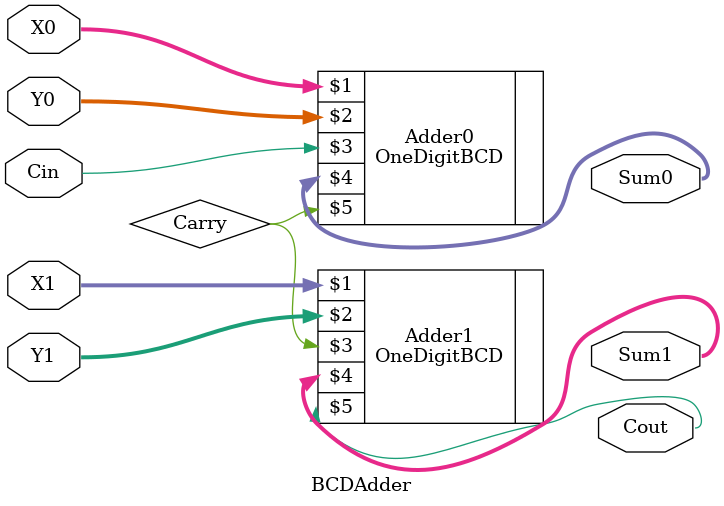
<source format=v>
module BCDAdder(X1, X0, Y1, Y0, Cin, Sum1, Sum0, Cout);
input [3:0] X1, X0, Y1, Y0;
input Cin;
output [3:0] Sum1, Sum0;
output Cout;
wire [3:0] X1, X0, Y1, Y0;
wire Cin; //from the Cin port to the first adder
wire [3:0] Sum1, Sum0;
wire Cout;

OneDigitBCD Adder0(X0, Y0, Cin, Sum0, Carry);
OneDigitBCD Adder1(X1, Y1, Carry, Sum1, Cout);

endmodule
</source>
